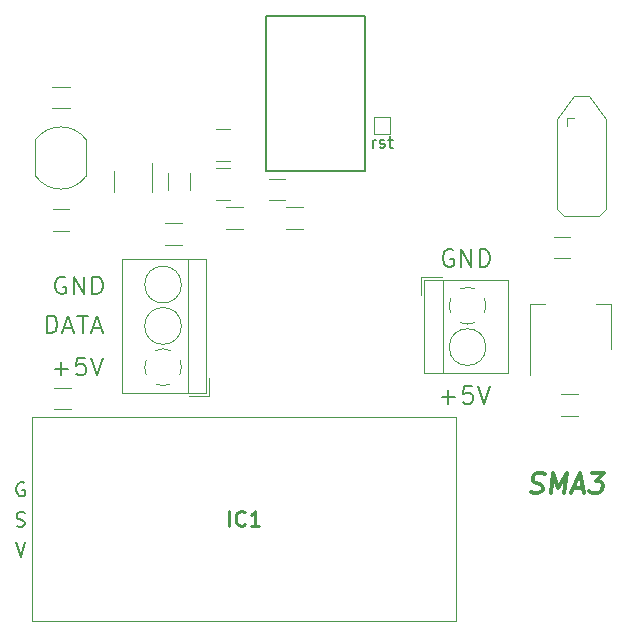
<source format=gbr>
G04 #@! TF.GenerationSoftware,KiCad,Pcbnew,6.0.6*
G04 #@! TF.CreationDate,2022-06-26T18:27:29+02:00*
G04 #@! TF.ProjectId,Sunmachine-A3,53756e6d-6163-4686-996e-652d41332e6b,rev?*
G04 #@! TF.SameCoordinates,Original*
G04 #@! TF.FileFunction,Legend,Top*
G04 #@! TF.FilePolarity,Positive*
%FSLAX46Y46*%
G04 Gerber Fmt 4.6, Leading zero omitted, Abs format (unit mm)*
G04 Created by KiCad (PCBNEW 6.0.6) date 2022-06-26 18:27:29*
%MOMM*%
%LPD*%
G01*
G04 APERTURE LIST*
%ADD10C,0.200000*%
%ADD11C,0.300000*%
%ADD12C,0.150000*%
%ADD13C,0.254000*%
%ADD14C,0.120000*%
%ADD15C,0.100000*%
%ADD16C,0.127000*%
G04 APERTURE END LIST*
D10*
X155607142Y-81000000D02*
X155464285Y-80928571D01*
X155250000Y-80928571D01*
X155035714Y-81000000D01*
X154892857Y-81142857D01*
X154821428Y-81285714D01*
X154750000Y-81571428D01*
X154750000Y-81785714D01*
X154821428Y-82071428D01*
X154892857Y-82214285D01*
X155035714Y-82357142D01*
X155250000Y-82428571D01*
X155392857Y-82428571D01*
X155607142Y-82357142D01*
X155678571Y-82285714D01*
X155678571Y-81785714D01*
X155392857Y-81785714D01*
X156321428Y-82428571D02*
X156321428Y-80928571D01*
X157178571Y-82428571D01*
X157178571Y-80928571D01*
X157892857Y-82428571D02*
X157892857Y-80928571D01*
X158250000Y-80928571D01*
X158464285Y-81000000D01*
X158607142Y-81142857D01*
X158678571Y-81285714D01*
X158750000Y-81571428D01*
X158750000Y-81785714D01*
X158678571Y-82071428D01*
X158607142Y-82214285D01*
X158464285Y-82357142D01*
X158250000Y-82428571D01*
X157892857Y-82428571D01*
X154662428Y-93452142D02*
X155805285Y-93452142D01*
X155233857Y-94023571D02*
X155233857Y-92880714D01*
X157233857Y-92523571D02*
X156519571Y-92523571D01*
X156448142Y-93237857D01*
X156519571Y-93166428D01*
X156662428Y-93095000D01*
X157019571Y-93095000D01*
X157162428Y-93166428D01*
X157233857Y-93237857D01*
X157305285Y-93380714D01*
X157305285Y-93737857D01*
X157233857Y-93880714D01*
X157162428Y-93952142D01*
X157019571Y-94023571D01*
X156662428Y-94023571D01*
X156519571Y-93952142D01*
X156448142Y-93880714D01*
X157733857Y-92523571D02*
X158233857Y-94023571D01*
X158733857Y-92523571D01*
X122806428Y-83324000D02*
X122663571Y-83252571D01*
X122449285Y-83252571D01*
X122235000Y-83324000D01*
X122092142Y-83466857D01*
X122020714Y-83609714D01*
X121949285Y-83895428D01*
X121949285Y-84109714D01*
X122020714Y-84395428D01*
X122092142Y-84538285D01*
X122235000Y-84681142D01*
X122449285Y-84752571D01*
X122592142Y-84752571D01*
X122806428Y-84681142D01*
X122877857Y-84609714D01*
X122877857Y-84109714D01*
X122592142Y-84109714D01*
X123520714Y-84752571D02*
X123520714Y-83252571D01*
X124377857Y-84752571D01*
X124377857Y-83252571D01*
X125092142Y-84752571D02*
X125092142Y-83252571D01*
X125449285Y-83252571D01*
X125663571Y-83324000D01*
X125806428Y-83466857D01*
X125877857Y-83609714D01*
X125949285Y-83895428D01*
X125949285Y-84109714D01*
X125877857Y-84395428D01*
X125806428Y-84538285D01*
X125663571Y-84681142D01*
X125449285Y-84752571D01*
X125092142Y-84752571D01*
X121250857Y-88054571D02*
X121250857Y-86554571D01*
X121608000Y-86554571D01*
X121822285Y-86626000D01*
X121965142Y-86768857D01*
X122036571Y-86911714D01*
X122108000Y-87197428D01*
X122108000Y-87411714D01*
X122036571Y-87697428D01*
X121965142Y-87840285D01*
X121822285Y-87983142D01*
X121608000Y-88054571D01*
X121250857Y-88054571D01*
X122679428Y-87626000D02*
X123393714Y-87626000D01*
X122536571Y-88054571D02*
X123036571Y-86554571D01*
X123536571Y-88054571D01*
X123822285Y-86554571D02*
X124679428Y-86554571D01*
X124250857Y-88054571D02*
X124250857Y-86554571D01*
X125108000Y-87626000D02*
X125822285Y-87626000D01*
X124965142Y-88054571D02*
X125465142Y-86554571D01*
X125965142Y-88054571D01*
D11*
X162207937Y-101526095D02*
X162440675Y-101607047D01*
X162845437Y-101607047D01*
X163017461Y-101526095D01*
X163108532Y-101445142D01*
X163209723Y-101283238D01*
X163229961Y-101121333D01*
X163169247Y-100959428D01*
X163098413Y-100878476D01*
X162946627Y-100797523D01*
X162632937Y-100716571D01*
X162481151Y-100635619D01*
X162410318Y-100554666D01*
X162349604Y-100392761D01*
X162369842Y-100230857D01*
X162471032Y-100068952D01*
X162562104Y-99988000D01*
X162734127Y-99907047D01*
X163138889Y-99907047D01*
X163371627Y-99988000D01*
X163897818Y-101607047D02*
X164110318Y-99907047D01*
X164525199Y-101121333D01*
X165243651Y-99907047D01*
X165031151Y-101607047D01*
X165820437Y-101121333D02*
X166629961Y-101121333D01*
X165597818Y-101607047D02*
X166376985Y-99907047D01*
X166731151Y-101607047D01*
X167348413Y-99907047D02*
X168400794Y-99907047D01*
X167753175Y-100554666D01*
X167996032Y-100554666D01*
X168147818Y-100635619D01*
X168218651Y-100716571D01*
X168279366Y-100878476D01*
X168228770Y-101283238D01*
X168127580Y-101445142D01*
X168036508Y-101526095D01*
X167864485Y-101607047D01*
X167378770Y-101607047D01*
X167226985Y-101526095D01*
X167156151Y-101445142D01*
D12*
X118599000Y-105768856D02*
X118999000Y-106968856D01*
X119399000Y-105768856D01*
X118670483Y-104371714D02*
X118841912Y-104428857D01*
X119127626Y-104428857D01*
X119241912Y-104371714D01*
X119299055Y-104314571D01*
X119356198Y-104200285D01*
X119356198Y-104086000D01*
X119299055Y-103971714D01*
X119241912Y-103914571D01*
X119127626Y-103857428D01*
X118899055Y-103800285D01*
X118784769Y-103743142D01*
X118727626Y-103686000D01*
X118670483Y-103571714D01*
X118670483Y-103457428D01*
X118727626Y-103343142D01*
X118784769Y-103286000D01*
X118899055Y-103228857D01*
X119184769Y-103228857D01*
X119356198Y-103286000D01*
X119327626Y-100727696D02*
X119213341Y-100670553D01*
X119041912Y-100670553D01*
X118870483Y-100727696D01*
X118756198Y-100841981D01*
X118699055Y-100956267D01*
X118641912Y-101184838D01*
X118641912Y-101356267D01*
X118699055Y-101584838D01*
X118756198Y-101699124D01*
X118870483Y-101813410D01*
X119041912Y-101870553D01*
X119156198Y-101870553D01*
X119327626Y-101813410D01*
X119384769Y-101756267D01*
X119384769Y-101356267D01*
X119156198Y-101356267D01*
D10*
X121893714Y-91039142D02*
X123036571Y-91039142D01*
X122465142Y-91610571D02*
X122465142Y-90467714D01*
X124465142Y-90110571D02*
X123750857Y-90110571D01*
X123679428Y-90824857D01*
X123750857Y-90753428D01*
X123893714Y-90682000D01*
X124250857Y-90682000D01*
X124393714Y-90753428D01*
X124465142Y-90824857D01*
X124536571Y-90967714D01*
X124536571Y-91324857D01*
X124465142Y-91467714D01*
X124393714Y-91539142D01*
X124250857Y-91610571D01*
X123893714Y-91610571D01*
X123750857Y-91539142D01*
X123679428Y-91467714D01*
X124965142Y-90110571D02*
X125465142Y-91610571D01*
X125965142Y-90110571D01*
D12*
G04 #@! TO.C,rst*
X148830400Y-72334380D02*
X148830400Y-71667714D01*
X148830400Y-71858190D02*
X148878019Y-71762952D01*
X148925638Y-71715333D01*
X149020876Y-71667714D01*
X149116114Y-71667714D01*
X149401828Y-72286761D02*
X149497066Y-72334380D01*
X149687543Y-72334380D01*
X149782781Y-72286761D01*
X149830400Y-72191523D01*
X149830400Y-72143904D01*
X149782781Y-72048666D01*
X149687543Y-72001047D01*
X149544685Y-72001047D01*
X149449447Y-71953428D01*
X149401828Y-71858190D01*
X149401828Y-71810571D01*
X149449447Y-71715333D01*
X149544685Y-71667714D01*
X149687543Y-71667714D01*
X149782781Y-71715333D01*
X150116114Y-71667714D02*
X150497066Y-71667714D01*
X150258971Y-71334380D02*
X150258971Y-72191523D01*
X150306590Y-72286761D01*
X150401828Y-72334380D01*
X150497066Y-72334380D01*
D13*
G04 #@! TO.C,IC1*
X136672238Y-104358923D02*
X136672238Y-103088923D01*
X138002714Y-104237971D02*
X137942238Y-104298447D01*
X137760809Y-104358923D01*
X137639857Y-104358923D01*
X137458428Y-104298447D01*
X137337476Y-104177495D01*
X137277000Y-104056542D01*
X137216523Y-103814638D01*
X137216523Y-103633209D01*
X137277000Y-103391304D01*
X137337476Y-103270352D01*
X137458428Y-103149400D01*
X137639857Y-103088923D01*
X137760809Y-103088923D01*
X137942238Y-103149400D01*
X138002714Y-103209876D01*
X139212238Y-104358923D02*
X138486523Y-104358923D01*
X138849380Y-104358923D02*
X138849380Y-103088923D01*
X138728428Y-103270352D01*
X138607476Y-103391304D01*
X138486523Y-103451780D01*
D14*
G04 #@! TO.C,J3*
X127604000Y-93092000D02*
X127604000Y-81772000D01*
X134964000Y-93332000D02*
X134964000Y-91832000D01*
X133224000Y-93332000D02*
X134964000Y-93332000D01*
X134724000Y-93092000D02*
X134724000Y-81772000D01*
X127604000Y-81772000D02*
X134724000Y-81772000D01*
X133164000Y-93092000D02*
X133164000Y-81772000D01*
X127604000Y-93092000D02*
X134724000Y-93092000D01*
X132619000Y-90932000D02*
G75*
G03*
X132495385Y-90324413I-1555000J0D01*
G01*
X129632000Y-90324000D02*
G75*
G03*
X129631891Y-91539742I1432000J-608000D01*
G01*
X132496000Y-91540000D02*
G75*
G03*
X132619493Y-90904989I-1431988J607998D01*
G01*
X131672000Y-89500000D02*
G75*
G03*
X130456258Y-89499891I-607999J-1432003D01*
G01*
X130456000Y-92364000D02*
G75*
G03*
X131671742Y-92364109I608000J1432000D01*
G01*
X132619000Y-83932000D02*
G75*
G03*
X132619000Y-83932000I-1555000J0D01*
G01*
X132619000Y-87432000D02*
G75*
G03*
X132619000Y-87432000I-1555000J0D01*
G01*
G04 #@! TO.C,J2*
X160305000Y-83565000D02*
X160305000Y-91385000D01*
X154685000Y-83325000D02*
X152945000Y-83325000D01*
X160305000Y-83565000D02*
X153185000Y-83565000D01*
X153185000Y-83565000D02*
X153185000Y-91385000D01*
X154745000Y-83565000D02*
X154745000Y-91385000D01*
X160305000Y-91385000D02*
X153185000Y-91385000D01*
X152945000Y-83325000D02*
X152945000Y-84825000D01*
X158277000Y-86333000D02*
G75*
G03*
X158277109Y-85117258I-1432000J608000D01*
G01*
X155290000Y-85725000D02*
G75*
G03*
X155413615Y-86332587I1555000J0D01*
G01*
X157453000Y-84293000D02*
G75*
G03*
X156237258Y-84292891I-608000J-1432000D01*
G01*
X155413000Y-85117000D02*
G75*
G03*
X155289507Y-85752011I1431988J-607998D01*
G01*
X156237000Y-87157000D02*
G75*
G03*
X157452742Y-87157109I607999J1432003D01*
G01*
X158400000Y-89225000D02*
G75*
G03*
X158400000Y-89225000I-1555000J0D01*
G01*
G04 #@! TO.C,C2*
X164134748Y-81682000D02*
X165557252Y-81682000D01*
X164134748Y-79862000D02*
X165557252Y-79862000D01*
G04 #@! TO.C,C3*
X132664252Y-80539000D02*
X131241748Y-80539000D01*
X132664252Y-78719000D02*
X131241748Y-78719000D01*
G04 #@! TO.C,R2*
X123155064Y-68982000D02*
X121700936Y-68982000D01*
X123155064Y-67162000D02*
X121700936Y-67162000D01*
G04 #@! TO.C,R1*
X124566513Y-71677836D02*
X124566513Y-74727836D01*
X120266513Y-71677836D02*
X120266513Y-74727836D01*
X120298264Y-74772349D02*
G75*
G03*
X124566513Y-74727836I2118249J1544513D01*
G01*
X124582039Y-71699602D02*
G75*
G03*
X120266513Y-71677836I-2165526J-1528234D01*
G01*
G04 #@! TO.C,J1*
X165227000Y-69850000D02*
X165862000Y-69850000D01*
X165847000Y-67945000D02*
X167147000Y-67945000D01*
X168547000Y-69925000D02*
X168547000Y-77505000D01*
X168547000Y-77505000D02*
X167947000Y-78105000D01*
X167947000Y-78105000D02*
X165047000Y-78105000D01*
X164447000Y-77505000D02*
X165047000Y-78105000D01*
X165227000Y-70485000D02*
X165227000Y-69850000D01*
X164447000Y-77505000D02*
X164447000Y-69925000D01*
X164447000Y-69925000D02*
X165847000Y-67945000D01*
X167147000Y-67945000D02*
X168547000Y-69925000D01*
G04 #@! TO.C,U3*
X130134000Y-76084000D02*
X130134000Y-73634000D01*
X126914000Y-74284000D02*
X126914000Y-76084000D01*
G04 #@! TO.C,C6*
X133320200Y-74472748D02*
X133320200Y-75895252D01*
X131500200Y-74472748D02*
X131500200Y-75895252D01*
G04 #@! TO.C,C7*
X136372548Y-79218200D02*
X137795052Y-79218200D01*
X136372548Y-77398200D02*
X137795052Y-77398200D01*
G04 #@! TO.C,C5*
X123266252Y-92672067D02*
X121843748Y-92672067D01*
X123266252Y-94492067D02*
X121843748Y-94492067D01*
G04 #@! TO.C,L2*
X136746064Y-70776000D02*
X135541936Y-70776000D01*
X136746064Y-73496000D02*
X135541936Y-73496000D01*
G04 #@! TO.C,C4*
X121716748Y-79369259D02*
X123139252Y-79369259D01*
X121716748Y-77549259D02*
X123139252Y-77549259D01*
G04 #@! TO.C,rst*
X148892305Y-71185000D02*
X148892305Y-69785000D01*
X150292305Y-71185000D02*
X148892305Y-71185000D01*
X150292305Y-69785000D02*
X150292305Y-71185000D01*
X148892305Y-69785000D02*
X150292305Y-69785000D01*
G04 #@! TO.C,L1*
X135541936Y-74078000D02*
X136746064Y-74078000D01*
X135541936Y-76798000D02*
X136746064Y-76798000D01*
G04 #@! TO.C,U2*
X162131528Y-91603000D02*
X162131528Y-85593000D01*
X162131528Y-85593000D02*
X163391528Y-85593000D01*
X168951528Y-85593000D02*
X167691528Y-85593000D01*
X168951528Y-89353000D02*
X168951528Y-85593000D01*
G04 #@! TO.C,Y1*
X141391000Y-74994800D02*
X140041000Y-74994800D01*
X141391000Y-76744800D02*
X140041000Y-76744800D01*
D15*
G04 #@! TO.C,IC1*
X119962000Y-95134400D02*
X155862000Y-95134400D01*
X155862000Y-112434400D02*
X119962000Y-112434400D01*
X155862000Y-95134400D02*
X155862000Y-112434400D01*
X119962000Y-112434400D02*
X119962000Y-95134400D01*
D14*
G04 #@! TO.C,C1*
X166192252Y-95017000D02*
X164769748Y-95017000D01*
X166192252Y-93197000D02*
X164769748Y-93197000D01*
D16*
G04 #@! TO.C,U1*
X139767987Y-61152011D02*
X148167987Y-61152011D01*
X139767987Y-74352011D02*
X139767987Y-61152011D01*
X148167987Y-61152011D02*
X148167987Y-74352011D01*
X148167987Y-74352011D02*
X139767987Y-74352011D01*
D14*
G04 #@! TO.C,C8*
X142900452Y-79218200D02*
X141477948Y-79218200D01*
X142900452Y-77398200D02*
X141477948Y-77398200D01*
G04 #@! TD*
M02*

</source>
